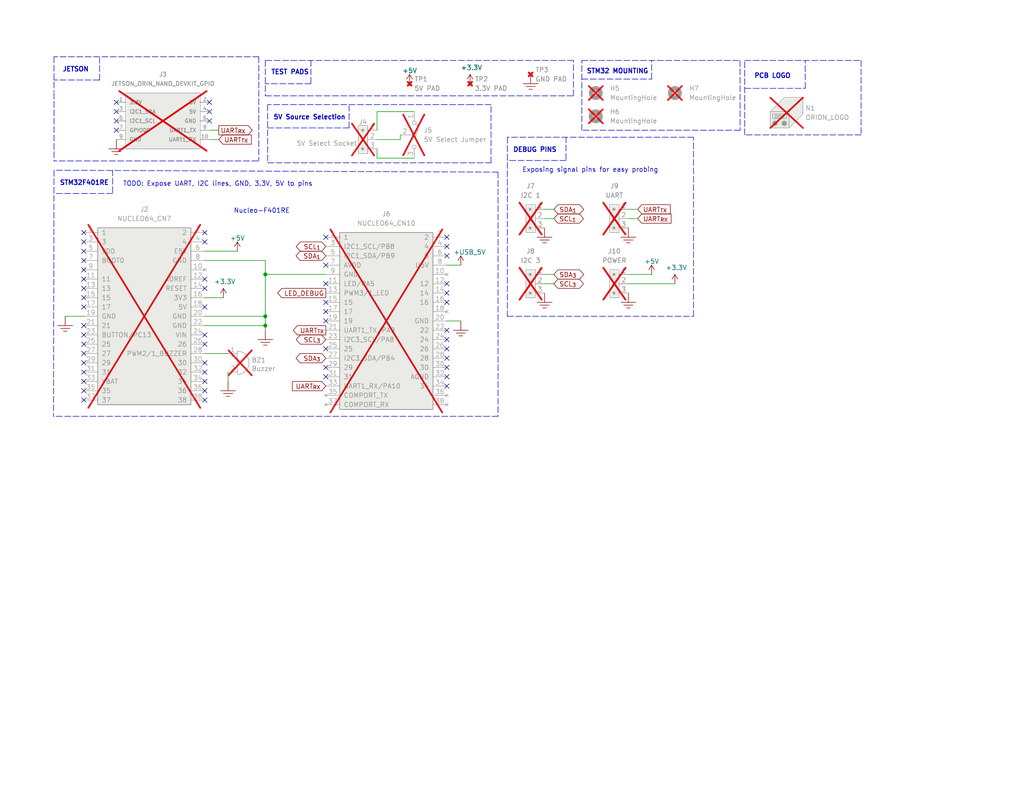
<source format=kicad_sch>
(kicad_sch (version 20250114) (generator "eeschema") (generator_version "9.0")
  (paper "USLetter")
  (title_block (date "2025-12-14") (comment 4 "By: Ashish Agrahari"))
  (lib_symbols
    (symbol "AA_Custom_Components:GND" (power) (pin_numbers (hide yes)) (pin_names (offset 1.016) (hide yes))
      (symbol "GND_1_0"
        (polyline (pts (xy -2.032 -2.54) (xy 2.032 -2.54)))
        (polyline (pts (xy -1.27 -3.302) (xy 1.27 -3.302)))
        (polyline (pts (xy -0.508 -4.064) (xy 0.508 -4.064)))
        (polyline (pts (xy 0 0) (xy 0 -2.54)))
      )
      (symbol "GND_1_1"
        (pin power_in line (at 0 0 270) (length 0) (hide yes) (name "GND") (number "~"))
      )
    )
    (symbol "AA_Custom_Components:JETSON_ORIN_NANO_DEVKIT_GPIO" (pin_names (offset 1.016))
      (property "Reference" "J" (at -12.7 8.89 0))
      (property "Value" "JETSON_ORIN_NANO_DEVKIT_GPIO" (at -14.732 -10.16 0))
      (symbol "JETSON_ORIN_NANO_DEVKIT_GPIO_1_1"
        (polyline (pts (xy -10.16 7.62) (xy 10.16 7.62) (xy 10.16 -7.62) (xy -10.16 -7.62) (xy -10.16 7.62)) (fill (type background)))
        (pin power_in line (at -12.7 5.08 0) (length 2.54) (name "3.3V") (number "1"))
        (pin bidirectional line (at -12.7 2.54 0) (length 2.54) (name "I2C1_SDA") (number "3"))
        (pin bidirectional line (at -12.7 0 0) (length 2.54) (name "I2C1_SCL") (number "5"))
        (pin bidirectional line (at -12.7 -2.54 0) (length 2.54) (name "GPIO09") (number "7"))
        (pin power_in line (at -12.7 -5.08 0) (length 2.54) (name "GND") (number "9"))
        (pin power_in line (at 12.7 5.08 180) (length 2.54) (name "5V") (number "2"))
        (pin power_in line (at 12.7 2.54 180) (length 2.54) (name "5V") (number "4"))
        (pin power_in line (at 12.7 0 180) (length 2.54) (name "GND") (number "6"))
        (pin bidirectional line (at 12.7 -2.54 180) (length 2.54) (name "UART1_TX") (number "8"))
        (pin bidirectional line (at 12.7 -5.08 180) (length 2.54) (name "UART1_RX") (number "10"))
      )
    )
    (symbol "AA_Custom_Components:NUCLEO64_CN10" (pin_names (offset 1.016))
      (property "Reference" "J" (at -11.43 25.4 0))
      (property "Value" "NUCLEO64_CN10" (at 0 -25.908 0))
      (symbol "NUCLEO64_CN10_1_1"
        (rectangle (start -13.97 24.13) (end 11.43 -24.13) (stroke (width 0.254)) (fill (type background)))
        (pin passive line (at -17.78 22.86 0) (length 3.81) (name "1") (number "1"))
        (pin passive line (at -17.78 20.32 0) (length 3.81) (name "I2C1_SCL/PB8") (number "3"))
        (pin passive line (at -17.78 17.78 0) (length 3.81) (name "I2C1_SDA/PB9") (number "5"))
        (pin passive line (at -17.78 15.24 0) (length 3.81) (name "AVDD") (number "7"))
        (pin passive line (at -17.78 12.7 0) (length 3.81) (name "GND") (number "9"))
        (pin passive line (at -17.78 10.16 0) (length 3.81) (name "LED/PA5") (number "11"))
        (pin passive line (at -17.78 7.62 0) (length 3.81) (name "PWM3/1_LED") (number "13"))
        (pin passive line (at -17.78 5.08 0) (length 3.81) (name "15") (number "15"))
        (pin passive line (at -17.78 2.54 0) (length 3.81) (name "17") (number "17"))
        (pin passive line (at -17.78 0 0) (length 3.81) (name "19") (number "19"))
        (pin passive line (at -17.78 -2.54 0) (length 3.81) (name "UART1_TX/PA9") (number "21"))
        (pin passive line (at -17.78 -5.08 0) (length 3.81) (name "I2C3_SCL/PA8") (number "23"))
        (pin passive line (at -17.78 -7.62 0) (length 3.81) (name "25") (number "25"))
        (pin passive line (at -17.78 -10.16 0) (length 3.81) (name "I2C3_SDA/PB4") (number "27"))
        (pin passive line (at -17.78 -12.7 0) (length 3.81) (name "29") (number "29"))
        (pin passive line (at -17.78 -15.24 0) (length 3.81) (name "31") (number "31"))
        (pin passive line (at -17.78 -17.78 0) (length 3.81) (name "UART1_RX/PA10") (number "33"))
        (pin no_connect line (at -17.78 -20.32 0) (length 3.81) (name "COMPORT_TX") (number "35"))
        (pin no_connect line (at -17.78 -22.86 0) (length 3.81) (name "COMPORT_RX") (number "37"))
        (pin passive line (at 15.24 22.86 180) (length 3.81) (name "2") (number "2"))
        (pin passive line (at 15.24 20.32 180) (length 3.81) (name "4") (number "4"))
        (pin passive line (at 15.24 17.78 180) (length 3.81) (name "6") (number "6"))
        (pin passive line (at 15.24 15.24 180) (length 3.81) (name "U5V") (number "8"))
        (pin no_connect line (at 15.24 12.7 180) (length 3.81) (name "") (number "10"))
        (pin passive line (at 15.24 10.16 180) (length 3.81) (name "12") (number "12"))
        (pin passive line (at 15.24 7.62 180) (length 3.81) (name "14") (number "14"))
        (pin passive line (at 15.24 5.08 180) (length 3.81) (name "16") (number "16"))
        (pin no_connect line (at 15.24 2.54 180) (length 3.81) (name "") (number "18"))
        (pin power_in line (at 15.24 0 180) (length 3.81) (name "GND") (number "20"))
        (pin passive line (at 15.24 -2.54 180) (length 3.81) (name "22") (number "22"))
        (pin passive line (at 15.24 -5.08 180) (length 3.81) (name "24") (number "24"))
        (pin passive line (at 15.24 -7.62 180) (length 3.81) (name "26") (number "26"))
        (pin passive line (at 15.24 -10.16 180) (length 3.81) (name "28") (number "28"))
        (pin passive line (at 15.24 -12.7 180) (length 3.81) (name "30") (number "30"))
        (pin passive line (at 15.24 -15.24 180) (length 3.81) (name "AGND") (number "32"))
        (pin passive line (at 15.24 -17.78 180) (length 3.81) (name "34") (number "34"))
        (pin no_connect line (at 15.24 -20.32 180) (length 3.81) (name "") (number "36"))
        (pin no_connect line (at 15.24 -22.86 180) (length 3.81) (name "") (number "38"))
      )
    )
    (symbol "AA_Custom_Components:NUCLEO64_CN7" (pin_names (offset 1.016))
      (property "Reference" "J" (at -11.43 25.4 0))
      (property "Value" "NUCLEO64_CN7" (at 0 -25.908 0))
      (symbol "NUCLEO64_CN7_1_1"
        (rectangle (start -13.97 24.13) (end 11.43 -24.13) (stroke (width 0.254)) (fill (type background)))
        (pin passive line (at -17.78 22.86 0) (length 3.81) (name "1") (number "1"))
        (pin passive line (at -17.78 20.32 0) (length 3.81) (name "3") (number "3"))
        (pin passive line (at -17.78 17.78 0) (length 3.81) (name "VDD") (number "5"))
        (pin passive line (at -17.78 15.24 0) (length 3.81) (name "BOOT0") (number "7"))
        (pin no_connect line (at -17.78 12.7 0) (length 3.81) (name "") (number "9"))
        (pin no_connect line (at -17.78 10.16 0) (length 3.81) (name "11") (number "11"))
        (pin passive line (at -17.78 7.62 0) (length 3.81) (name "13") (number "13"))
        (pin passive line (at -17.78 5.08 0) (length 3.81) (name "15") (number "15"))
        (pin passive line (at -17.78 2.54 0) (length 3.81) (name "17") (number "17"))
        (pin passive line (at -17.78 0 0) (length 3.81) (name "GND") (number "19"))
        (pin passive line (at -17.78 -2.54 0) (length 3.81) (name "21") (number "21"))
        (pin passive line (at -17.78 -5.08 0) (length 3.81) (name "BUTTON/PC13") (number "23"))
        (pin passive line (at -17.78 -7.62 0) (length 3.81) (name "25") (number "25"))
        (pin passive line (at -17.78 -10.16 0) (length 3.81) (name "27") (number "27"))
        (pin passive line (at -17.78 -12.7 0) (length 3.81) (name "29") (number "29"))
        (pin passive line (at -17.78 -15.24 0) (length 3.81) (name "31") (number "31"))
        (pin passive line (at -17.78 -17.78 0) (length 3.81) (name "VBAT") (number "33"))
        (pin passive line (at -17.78 -20.32 0) (length 3.81) (name "35") (number "35"))
        (pin passive line (at -17.78 -22.86 0) (length 3.81) (name "37") (number "37"))
        (pin passive line (at 15.24 22.86 180) (length 3.81) (name "2") (number "2"))
        (pin passive line (at 15.24 20.32 180) (length 3.81) (name "4") (number "4"))
        (pin passive line (at 15.24 17.78 180) (length 3.81) (name "E5V") (number "6"))
        (pin passive line (at 15.24 15.24 180) (length 3.81) (name "GND") (number "8"))
        (pin no_connect line (at 15.24 12.7 180) (length 3.81) (name "") (number "10"))
        (pin passive line (at 15.24 10.16 180) (length 3.81) (name "IOREF") (number "12"))
        (pin passive line (at 15.24 7.62 180) (length 3.81) (name "RESET") (number "14"))
        (pin passive line (at 15.24 5.08 180) (length 3.81) (name "3V3") (number "16"))
        (pin passive line (at 15.24 2.54 180) (length 3.81) (name "5V") (number "18"))
        (pin passive line (at 15.24 0 180) (length 3.81) (name "GND") (number "20"))
        (pin power_in line (at 15.24 -2.54 180) (length 3.81) (name "GND") (number "22"))
        (pin power_in line (at 15.24 -5.08 180) (length 3.81) (name "VIN") (number "24"))
        (pin passive line (at 15.24 -7.62 180) (length 3.81) (name "26") (number "26"))
        (pin passive line (at 15.24 -10.16 180) (length 3.81) (name "PWM2/1_BUZZER") (number "28"))
        (pin passive line (at 15.24 -12.7 180) (length 3.81) (name "30") (number "30"))
        (pin passive line (at 15.24 -15.24 180) (length 3.81) (name "32") (number "32"))
        (pin passive line (at 15.24 -17.78 180) (length 3.81) (name "34") (number "34"))
        (pin passive line (at 15.24 -20.32 180) (length 3.81) (name "36") (number "36"))
        (pin passive line (at 15.24 -22.86 180) (length 3.81) (name "38") (number "38"))
      )
    )
    (symbol "Connector:TestPoint_Small" (pin_numbers (hide yes)) (pin_names (offset 0.762) (hide yes))
      (property "Reference" "TP" (at 0 3.81 0))
      (property "Value" "TestPoint_Small" (at 0 2.032 0))
      (symbol "TestPoint_Small_0_1"
        (circle (center 0 0) (radius 0.508))
      )
      (symbol "TestPoint_Small_1_1"
        (pin passive line (at 0 0 90) (length 0) (name "1") (number "1"))
      )
    )
    (symbol "Device:Buzzer" (pin_names (offset 0.0254) (hide yes))
      (property "Reference" "BZ" (at 3.81 1.27 0))
      (property "Value" "Buzzer" (at 3.81 -1.27 0))
      (symbol "Buzzer_0_1"
        (polyline (pts (xy -1.651 1.905) (xy -1.143 1.905)))
        (polyline (pts (xy -1.397 2.159) (xy -1.397 1.651)))
        (arc (start 0 3.175) (mid 3.1612 0) (end 0 -3.175))
        (polyline (pts (xy 0 3.175) (xy 0 -3.175)))
      )
      (symbol "Buzzer_1_1"
        (pin passive line (at -2.54 2.54 0) (length 2.54) (name "+") (number "1"))
        (pin passive line (at -2.54 -2.54 0) (length 2.54) (name "-") (number "2"))
      )
    )
    (symbol "Jumper:Jumper_3_Bridged12" (pin_names (offset 0) (hide yes)) (in_bom no)
      (property "Reference" "JP" (at -2.54 -2.54 0))
      (property "Value" "Jumper_3_Bridged12" (at 0 2.794 0))
      (symbol "Jumper_3_Bridged12_0_0"
        (circle (center -3.302 0) (radius 0.508))
        (circle (center 0 0) (radius 0.508))
        (circle (center 3.302 0) (radius 0.508))
      )
      (symbol "Jumper_3_Bridged12_0_1"
        (arc (start -3.048 0.508) (mid -1.651 0.9912) (end -0.254 0.508))
        (polyline (pts (xy 0 -1.27) (xy 0 -0.508)))
      )
      (symbol "Jumper_3_Bridged12_1_1"
        (pin passive line (at -6.35 0 0) (length 2.54) (name "A") (number "1"))
        (pin passive line (at 0 -3.81 90) (length 2.54) (name "C") (number "2"))
        (pin passive line (at 6.35 0 180) (length 2.54) (name "B") (number "3"))
      )
    )
    (symbol "Mechanical:Housing" (pin_names (offset 1.016))
      (property "Reference" "N" (at 3.81 0 0))
      (property "Value" "Housing" (at 3.81 -1.905 0))
      (symbol "Housing_0_1"
        (polyline (pts (xy -5.715 0) (xy -0.635 0) (xy 3.175 3.81)))
        (polyline (pts (xy -5.715 0) (xy -5.715 -4.445) (xy -0.635 -4.445) (xy 3.175 -0.635) (xy 3.175 3.81) (xy -1.905 3.81) (xy -5.715 0)) (fill (type background)))
        (rectangle (start -5.08 -0.635) (end -1.27 -1.905))
        (polyline (pts (xy -4.5212 -1.5748) (xy -4.4704 -1.3716)))
        (circle (center -4.445 -3.175) (radius 0.635) (fill (type outline)))
        (polyline (pts (xy -4.4196 -1.2192) (xy -4.3688 -0.9652)))
        (polyline (pts (xy -4.4196 -1.6764) (xy -4.064 -1.6764)))
        (polyline (pts (xy -4.318 -1.3208) (xy -4.0132 -1.3208)))
        (polyline (pts (xy -4.2164 -0.9144) (xy -3.9116 -0.9144)))
        (polyline (pts (xy -3.9116 -1.6256) (xy -3.8608 -1.3716)))
        (polyline (pts (xy -3.81 -1.2192) (xy -3.7592 -0.9652)))
        (polyline (pts (xy -3.6068 -1.5748) (xy -3.556 -1.3716)))
        (polyline (pts (xy -3.5052 -1.2192) (xy -3.4544 -0.9652)))
        (polyline (pts (xy -3.5052 -1.6764) (xy -3.1496 -1.6764)))
        (polyline (pts (xy -3.4036 -1.3208) (xy -3.0988 -1.3208)))
        (polyline (pts (xy -3.302 -0.9144) (xy -2.9972 -0.9144)))
        (polyline (pts (xy -2.9972 -1.6256) (xy -2.9464 -1.3716)))
        (polyline (pts (xy -2.8956 -1.2192) (xy -2.8448 -0.9652)))
        (polyline (pts (xy -2.6924 -1.5748) (xy -2.6416 -1.3716)))
        (polyline (pts (xy -2.5908 -1.2192) (xy -2.54 -0.9652)))
        (polyline (pts (xy -2.5908 -1.6764) (xy -2.2352 -1.6764)))
        (polyline (pts (xy -2.4892 -1.3208) (xy -2.1844 -1.3208)))
        (polyline (pts (xy -2.3876 -0.9144) (xy -2.0828 -0.9144)))
        (polyline (pts (xy -2.0828 -1.6256) (xy -2.032 -1.3716)))
        (polyline (pts (xy -1.9812 -1.2192) (xy -1.9304 -0.9652)))
        (circle (center -1.905 -3.175) (radius 0.635) (fill (type outline)))
        (polyline (pts (xy -0.635 0) (xy -0.635 -4.445)))
      )
    )
    (symbol "Mechanical:MountingHole" (pin_names (offset 1.016)) (in_bom no)
      (property "Reference" "H" (at 0 5.08 0))
      (property "Value" "MountingHole" (at 0 3.175 0))
      (symbol "MountingHole_0_1"
        (circle (center 0 0) (radius 1.27) (stroke (width 1.27)))
      )
    )
    (symbol "dk_Rectangular-Connectors-Headers-Male-Pins:640456-3" (pin_names (offset 1.016))
      (property "Reference" "J" (at -2.54 1.27 0))
      (property "Value" "640456-3" (at 2.54 -3.81 0))
      (symbol "640456-3_1_1"
        (rectangle (start -1.27 0) (end 6.35 -2.54) (fill (type background)))
        (rectangle (start -0.254 -1.143) (end 0.254 -1.651) (fill (type outline)))
        (rectangle (start 2.286 -1.143) (end 2.794 -1.651) (fill (type outline)))
        (rectangle (start 4.826 -1.143) (end 5.334 -1.651) (fill (type outline)))
        (pin passive line (at 0 2.54 270) (length 2.54) (name "~") (number "1"))
        (pin passive line (at 2.54 2.54 270) (length 2.54) (name "~") (number "2"))
        (pin passive line (at 5.08 2.54 270) (length 2.54) (name "~") (number "3"))
      )
    )
    (symbol "power:+3.3V" (power) (pin_numbers (hide yes)) (pin_names (offset 0) (hide yes))
      (property "Value" "+3.3V" (at 0 3.556 0))
      (symbol "+3.3V_0_1"
        (polyline (pts (xy -0.762 1.27) (xy 0 2.54)))
        (polyline (pts (xy 0 2.54) (xy 0.762 1.27)))
        (polyline (pts (xy 0 0) (xy 0 2.54)))
      )
      (symbol "+3.3V_1_1"
        (pin power_in line (at 0 0 90) (length 0) (name "~") (number "1"))
      )
    )
    (symbol "power:+5VD" (power) (pin_numbers (hide yes)) (pin_names (offset 0) (hide yes))
      (property "Value" "+5VD" (at 0 3.556 0))
      (symbol "+5VD_0_1"
        (polyline (pts (xy -0.762 1.27) (xy 0 2.54)))
        (polyline (pts (xy 0 2.54) (xy 0.762 1.27)))
        (polyline (pts (xy 0 0) (xy 0 2.54)))
      )
      (symbol "+5VD_1_1"
        (pin power_in line (at 0 0 90) (length 0) (name "~") (number "1"))
      )
    )
  )
  (text "Nucleo-F401RE" (at 63.754 58.42 0) (effects (font (size 1.27 1.27)) (justify left bottom)))
  (text "STM32 MOUNTING" (at 160.02 20.32 0) (effects (font (size 1.27 1.27) (thickness 0.254) (bold yes)) (justify left bottom)))
  (text "STM32F401RE" (at 16.256 50.8 0) (effects (font (size 1.27 1.27) (thickness 0.254) (bold yes)) (justify left bottom)))
  (text "TEST PADS" (at 73.914 20.574 0) (effects (font (size 1.27 1.27) (thickness 0.254) (bold yes)) (justify left bottom)))
  (text "JETSON" (at 17.018 19.812 0) (effects (font (size 1.27 1.27) (thickness 0.254) (bold yes)) (justify left bottom)))
  (text "5V Source Selection" (at 74.549 32.893 0) (effects (font (size 1.27 1.27) (thickness 0.254) (bold yes)) (justify left bottom)))
  (text "TODO: Expose UART, I2C lines, GND, 3.3V, 5V to pins" (at 33.528 51.054 0) (effects (font (size 1.27 1.27)) (justify left bottom)))
  (text "DEBUG PINS" (at 139.954 41.783 0) (effects (font (size 1.27 1.27) (thickness 0.254) (bold yes)) (justify left bottom)))
  (text "PCB LOGO" (at 205.74 21.59 0) (effects (font (size 1.27 1.27) (thickness 0.254) (bold yes)) (justify left bottom)))
  (text "Exposing signal pins for easy probing" (at 142.494 47.244 0) (effects (font (size 1.27 1.27)) (justify left bottom)))
  (junction (at 72.39 88.9))
  (junction (at 72.39 86.36))
  (junction (at 72.39 74.93))
  (no_connect (at 22.86 68.58))
  (no_connect (at 88.9 72.39))
  (no_connect (at 121.92 100.33))
  (no_connect (at 31.75 33.02))
  (no_connect (at 55.88 99.06))
  (no_connect (at 57.15 30.48))
  (no_connect (at 31.75 30.48))
  (no_connect (at 88.9 95.25))
  (no_connect (at 121.92 90.17))
  (no_connect (at 88.9 102.87))
  (no_connect (at 55.88 76.2))
  (no_connect (at 121.92 67.31))
  (no_connect (at 57.15 33.02))
  (no_connect (at 55.88 66.04))
  (no_connect (at 88.9 64.77))
  (no_connect (at 22.86 66.04))
  (no_connect (at 22.86 81.28))
  (no_connect (at 22.86 101.6))
  (no_connect (at 55.88 83.82))
  (no_connect (at 121.92 92.71))
  (no_connect (at 88.9 77.47))
  (no_connect (at 121.92 77.47))
  (no_connect (at 55.88 63.5))
  (no_connect (at 31.75 27.94))
  (no_connect (at 22.86 91.44))
  (no_connect (at 22.86 106.68))
  (no_connect (at 22.86 63.5))
  (no_connect (at 22.86 88.9))
  (no_connect (at 22.86 109.22))
  (no_connect (at 88.9 87.63))
  (no_connect (at 121.92 82.55))
  (no_connect (at 22.86 99.06))
  (no_connect (at 121.92 105.41))
  (no_connect (at 121.92 95.25))
  (no_connect (at 121.92 97.79))
  (no_connect (at 22.86 104.14))
  (no_connect (at 22.86 96.52))
  (no_connect (at 22.86 73.66))
  (no_connect (at 88.9 82.55))
  (no_connect (at 55.88 101.6))
  (no_connect (at 55.88 109.22))
  (no_connect (at 55.88 78.74))
  (no_connect (at 31.75 35.56))
  (no_connect (at 88.9 100.33))
  (no_connect (at 57.15 27.94))
  (no_connect (at 22.86 93.98))
  (no_connect (at 55.88 106.68))
  (no_connect (at 121.92 64.77))
  (no_connect (at 121.92 102.87))
  (no_connect (at 22.86 78.74))
  (no_connect (at 55.88 93.98))
  (no_connect (at 22.86 83.82))
  (no_connect (at 121.92 80.01))
  (no_connect (at 55.88 91.44))
  (no_connect (at 22.86 71.12))
  (no_connect (at 22.86 76.2))
  (no_connect (at 88.9 85.09))
  (no_connect (at 55.88 104.14))
  (no_connect (at 121.92 69.85))
  (wire (pts (xy 121.92 72.39) (xy 125.73 72.39)))
  (polyline (pts (xy 27.178 21.844) (xy 14.732 21.844)) (stroke (width 0) (type dash)))
  (wire (pts (xy 62.23 101.6) (xy 62.23 104.14)))
  (polyline (pts (xy 133.985 28.575) (xy 128.905 28.575)) (stroke (width 0) (type dash)))
  (polyline (pts (xy 158.75 35.56) (xy 158.75 16.51)) (stroke (width 0) (type dash)))
  (wire (pts (xy 102.87 43.18) (xy 113.03 43.18)))
  (polyline (pts (xy 138.43 71.12) (xy 138.43 86.36)) (stroke (width 0) (type dash)))
  (polyline (pts (xy 156.464 26.162) (xy 156.464 16.51)) (stroke (width 0) (type dash)))
  (wire (pts (xy 148.59 74.93) (xy 151.13 74.93)))
  (polyline (pts (xy 72.39 26.162) (xy 156.464 26.162)) (stroke (width 0) (type dash)))
  (wire (pts (xy 55.88 88.9) (xy 72.39 88.9)))
  (wire (pts (xy 102.87 35.56) (xy 102.87 30.48)))
  (wire (pts (xy 102.87 30.48) (xy 113.03 30.48)))
  (wire (pts (xy 57.15 38.1) (xy 59.69 38.1)))
  (polyline (pts (xy 70.358 43.942) (xy 14.732 43.942)) (stroke (width 0) (type dash)))
  (wire (pts (xy 17.78 86.36) (xy 22.86 86.36)))
  (polyline (pts (xy 234.95 36.83) (xy 203.2 36.83)) (stroke (width 0) (type dash)))
  (wire (pts (xy 125.73 87.63) (xy 121.92 87.63)))
  (wire (pts (xy 171.45 77.47) (xy 184.15 77.47)))
  (wire (pts (xy 171.45 74.93) (xy 177.8 74.93)))
  (polyline (pts (xy 84.836 16.51) (xy 84.836 22.86)) (stroke (width 0) (type dash)))
  (wire (pts (xy 102.87 40.64) (xy 102.87 43.18)))
  (wire (pts (xy 171.45 59.69) (xy 173.99 59.69)))
  (polyline (pts (xy 189.23 37.465) (xy 138.43 37.465)) (stroke (width 0) (type dash)))
  (polyline (pts (xy 70.612 15.494) (xy 70.612 43.942)) (stroke (width 0) (type dash)))
  (polyline (pts (xy 158.75 16.51) (xy 201.93 16.51)) (stroke (width 0) (type dash)))
  (polyline (pts (xy 189.23 86.36) (xy 189.23 37.465)) (stroke (width 0) (type dash)))
  (polyline (pts (xy 70.612 15.494) (xy 14.732 15.494)) (stroke (width 0) (type dash)))
  (polyline (pts (xy 95.25 34.925) (xy 95.25 28.829)) (stroke (width 0) (type dash)))
  (wire (pts (xy 72.39 74.93) (xy 72.39 86.36)))
  (polyline (pts (xy 73.025 28.575) (xy 73.025 44.45)) (stroke (width 0) (type dash)))
  (wire (pts (xy 109.22 36.83) (xy 109.22 38.1)))
  (polyline (pts (xy 128.905 28.575) (xy 73.025 28.575)) (stroke (width 0) (type dash)))
  (wire (pts (xy 55.88 96.52) (xy 62.23 96.52)))
  (polyline (pts (xy 135.89 113.665) (xy 14.605 113.665)) (stroke (width 0) (type dash)))
  (wire (pts (xy 148.59 57.15) (xy 151.13 57.15)))
  (wire (pts (xy 109.22 38.1) (xy 102.87 38.1)))
  (polyline (pts (xy 234.95 16.51) (xy 234.95 36.83)) (stroke (width 0) (type dash)))
  (polyline (pts (xy 73.025 44.45) (xy 133.985 44.45)) (stroke (width 0) (type dash)))
  (polyline (pts (xy 156.464 16.51) (xy 72.39 16.51)) (stroke (width 0) (type dash)))
  (wire (pts (xy 72.39 86.36) (xy 72.39 88.9)))
  (polyline (pts (xy 14.732 15.494) (xy 14.732 25.146)) (stroke (width 0) (type dash)))
  (polyline (pts (xy 30.734 52.832) (xy 14.732 52.832)) (stroke (width 0) (type dash)))
  (polyline (pts (xy 203.2 36.83) (xy 203.2 16.51)) (stroke (width 0) (type dash)))
  (polyline (pts (xy 135.89 46.99) (xy 14.732 46.482)) (stroke (width 0) (type dash)))
  (polyline (pts (xy 203.2 24.13) (xy 219.71 24.13)) (stroke (width 0) (type dash)))
  (polyline (pts (xy 154.432 43.561) (xy 154.432 37.465)) (stroke (width 0) (type dash)))
  (polyline (pts (xy 201.93 35.56) (xy 158.75 35.56)) (stroke (width 0) (type dash)))
  (polyline (pts (xy 84.836 22.86) (xy 72.39 22.86)) (stroke (width 0) (type dash)))
  (polyline (pts (xy 14.732 46.482) (xy 14.605 113.665)) (stroke (width 0) (type dash)))
  (wire (pts (xy 55.88 86.36) (xy 72.39 86.36)))
  (wire (pts (xy 148.59 77.47) (xy 151.13 77.47)))
  (wire (pts (xy 55.88 68.58) (xy 64.77 68.58)))
  (polyline (pts (xy 27.178 21.844) (xy 27.178 15.748)) (stroke (width 0) (type dash)))
  (wire (pts (xy 72.39 71.12) (xy 72.39 74.93)))
  (polyline (pts (xy 158.75 21.59) (xy 177.8 21.59)) (stroke (width 0) (type dash)))
  (wire (pts (xy 55.88 81.28) (xy 60.96 81.28)))
  (wire (pts (xy 72.39 74.93) (xy 88.9 74.93)))
  (polyline (pts (xy 133.985 44.45) (xy 133.985 28.575)) (stroke (width 0) (type dash)))
  (polyline (pts (xy 138.43 86.36) (xy 189.23 86.36)) (stroke (width 0) (type dash)))
  (wire (pts (xy 72.39 88.9) (xy 72.39 90.17)))
  (polyline (pts (xy 30.734 52.578) (xy 30.734 46.482)) (stroke (width 0) (type dash)))
  (polyline (pts (xy 177.8 21.59) (xy 177.8 16.51)) (stroke (width 0) (type dash)))
  (polyline (pts (xy 201.93 16.51) (xy 201.93 35.56)) (stroke (width 0) (type dash)))
  (polyline (pts (xy 154.432 43.815) (xy 138.43 43.815)) (stroke (width 0) (type dash)))
  (polyline (pts (xy 135.89 46.99) (xy 135.89 113.665)) (stroke (width 0) (type dash)))
  (polyline (pts (xy 14.732 25.4) (xy 14.732 43.942)) (stroke (width 0) (type dash)))
  (wire (pts (xy 57.15 35.56) (xy 59.69 35.56)))
  (polyline (pts (xy 72.39 16.51) (xy 72.39 26.162)) (stroke (width 0) (type dash)))
  (wire (pts (xy 148.59 59.69) (xy 151.13 59.69)))
  (polyline (pts (xy 95.25 34.925) (xy 73.025 34.925)) (stroke (width 0) (type dash)))
  (wire (pts (xy 72.39 71.12) (xy 55.88 71.12)))
  (polyline (pts (xy 138.43 37.465) (xy 138.43 71.12)) (stroke (width 0) (type dash)))
  (polyline (pts (xy 203.2 16.51) (xy 234.95 16.51)) (stroke (width 0) (type dash)))
  (wire (pts (xy 171.45 57.15) (xy 173.99 57.15)))
  (polyline (pts (xy 219.71 24.13) (xy 219.71 16.51)) (stroke (width 0) (type dash)))
  (global_label "UART_{TX}" (shape input) (at 59.69 38.1 0) (property "Intersheetrefs" "${INTERSHEET_REFS}" (effects (hide yes))))
  (global_label "SDA_{1}" (shape bidirectional) (at 88.9 69.85 180) (property "Intersheetrefs" "${INTERSHEET_REFS}" (effects (hide yes))))
  (global_label "SCL_{1}" (shape bidirectional) (at 88.9 67.31 180) (property "Intersheetrefs" "${INTERSHEET_REFS}" (effects (hide yes))))
  (global_label "SCL_{3}" (shape bidirectional) (at 151.13 77.47 0) (property "Intersheetrefs" "${INTERSHEET_REFS}" (effects (hide yes))))
  (global_label "SDA_{1}" (shape bidirectional) (at 151.13 57.15 0) (property "Intersheetrefs" "${INTERSHEET_REFS}" (effects (hide yes))))
  (global_label "SCL_{1}" (shape bidirectional) (at 151.13 59.69 0) (property "Intersheetrefs" "${INTERSHEET_REFS}" (effects (hide yes))))
  (global_label "SDA_{3}" (shape bidirectional) (at 88.9 97.79 180) (property "Intersheetrefs" "${INTERSHEET_REFS}" (effects (hide yes))))
  (global_label "SDA_{3}" (shape bidirectional) (at 151.13 74.93 0) (property "Intersheetrefs" "${INTERSHEET_REFS}" (effects (hide yes))))
  (global_label "UART_{RX}" (shape input) (at 173.99 59.69 0) (property "Intersheetrefs" "${INTERSHEET_REFS}" (effects (hide yes))))
  (global_label "LED_DEBUG" (shape output) (at 88.9 80.01 180) (property "Intersheetrefs" "${INTERSHEET_REFS}" (effects (hide yes))))
  (global_label "UART_{RX}" (shape output) (at 59.69 35.56 0) (property "Intersheetrefs" "${INTERSHEET_REFS}" (effects (hide yes))))
  (global_label "SCL_{3}" (shape bidirectional) (at 88.9 92.71 180) (property "Intersheetrefs" "${INTERSHEET_REFS}" (effects (hide yes))))
  (global_label "UART_{TX}" (shape output) (at 88.9 90.17 180) (property "Intersheetrefs" "${INTERSHEET_REFS}" (effects (hide yes))))
  (global_label "UART_{TX}" (shape input) (at 173.99 57.15 0) (property "Intersheetrefs" "${INTERSHEET_REFS}" (effects (hide yes))))
  (global_label "UART_{RX}" (shape input) (at 88.9 105.41 180) (property "Intersheetrefs" "${INTERSHEET_REFS}" (effects (hide yes))))
  (symbol (lib_id "Mechanical:MountingHole") (at 184.15 25.4 0) (unit 1) (dnp yes)
    (property "Reference" "H7" (at 187.96 24.1299 0) (effects (justify left)))
    (property "Value" "MountingHole" (at 187.96 26.6699 0) (effects (justify left)))
    (property "Footprint" "MountingHole:MountingHole_3.2mm_M3" (effects (hide yes)))
    (property "Description" "Mounting Hole without connection" (effects (hide yes)))
  )
  (symbol (lib_id "power:+5VD") (at 125.73 72.39 0) (unit 1)
    (property "Reference" "#PWR024" (effects (hide yes)))
    (property "Value" "+USB_5V" (at 123.698 68.834 0) (effects (justify left)))
    (property "Description" "Power symbol creates a global label with name \"+5VD\"" (effects (hide yes)))
  )
  (symbol (lib_id "dk_Rectangular-Connectors-Headers-Male-Pins:640456-3") (at 146.05 57.15 270) (unit 1) (dnp yes)
    (property "Reference" "J7" (at 144.78 50.8 90))
    (property "Value" "I2C 1" (at 144.78 53.34 90))
    (property "Footprint" "Connector_PinHeader_2.54mm:PinHeader_1x03_P2.54mm_Vertical" (effects (hide yes)))
    (property "Datasheet" "https://www.te.com/commerce/DocumentDelivery/DDEController?Action=srchrtrv&DocNm=640456&DocType=Customer+Drawing&DocLang=English" (effects (hide yes)))
    (property "Description" "CONN HEADER VERT 3POS 2.54MM" (effects (hide yes)))
    (property "Digi-Key_PN" "A19470-ND" (effects (hide yes)))
    (property "MPN" "640456-3" (effects (hide yes)))
    (property "Category" "Connectors, Interconnects" (effects (hide yes)))
    (property "Family" "Rectangular Connectors - Headers, Male Pins" (effects (hide yes)))
    (property "DK_Datasheet_Link" "https://www.te.com/commerce/DocumentDelivery/DDEController?Action=srchrtrv&DocNm=640456&DocType=Customer+Drawing&DocLang=English" (effects (hide yes)))
    (property "DK_Detail_Page" "/product-detail/en/te-connectivity-amp-connectors/640456-3/A19470-ND/259010" (effects (hide yes)))
    (property "Description_1" "CONN HEADER VERT 3POS 2.54MM" (effects (hide yes)))
    (property "Manufacturer" "TE Connectivity AMP Connectors" (effects (hide yes)))
    (property "Status" "Active" (effects (hide yes)))
  )
  (symbol (lib_id "AA_Custom_Components:GND") (at 171.45 62.23 0) (unit 1)
    (property "Reference" "#GND025" (effects (hide yes)))
    (property "Value" "GND" (effects (hide yes)))
    (property "Footprint" "XXX-00000" (effects (hide yes)))
    (property "Description" "Ground Supply (Earth Ground style) Ground supply with a traditional \"earth ground\" symbol." (effects (hide yes)))
  )
  (symbol (lib_id "power:+3.3V") (at 184.15 77.47 0) (unit 1)
    (property "Reference" "#PWR014" (effects (hide yes)))
    (property "Value" "+3.3V" (at 184.531 73.0758 0))
    (property "Description" "Power symbol creates a global label with name \"+3.3V\"" (effects (hide yes)))
  )
  (symbol (lib_id "Mechanical:MountingHole") (at 162.56 25.4 0) (unit 1) (dnp yes)
    (property "Reference" "H5" (at 166.37 24.1299 0) (effects (justify left)))
    (property "Value" "MountingHole" (at 166.37 26.6699 0) (effects (justify left)))
    (property "Footprint" "MountingHole:MountingHole_3.2mm_M3" (effects (hide yes)))
    (property "Description" "Mounting Hole without connection" (effects (hide yes)))
  )
  (symbol (lib_id "power:+5VD") (at 64.77 68.58 0) (unit 1)
    (property "Reference" "#PWR016" (effects (hide yes)))
    (property "Value" "+5V" (at 62.738 65.024 0) (effects (justify left)))
    (property "Description" "Power symbol creates a global label with name \"+5VD\"" (effects (hide yes)))
  )
  (symbol (lib_id "AA_Custom_Components:GND") (at 148.59 80.01 0) (unit 1)
    (property "Reference" "#GND031" (effects (hide yes)))
    (property "Value" "GND" (effects (hide yes)))
    (property "Footprint" "XXX-00000" (effects (hide yes)))
    (property "Description" "Ground Supply (Earth Ground style) Ground supply with a traditional \"earth ground\" symbol." (effects (hide yes)))
  )
  (symbol (lib_id "Jumper:Jumper_3_Bridged12") (at 113.03 36.83 270) (unit 1) (dnp yes)
    (property "Reference" "J5" (at 115.57 35.5599 90) (effects (justify left)))
    (property "Value" "5V Select Jumper" (at 115.57 38.0999 90) (effects (justify left)))
    (property "Footprint" "AA_Custom_Components:Jumper_PinHeader_1x03_P2.54mm_Vertical_Bridged" (effects (hide yes)))
    (property "Description" "Jumper, 3-pole, pins 1+2 closed/bridged" (effects (hide yes)))
  )
  (symbol (lib_id "Mechanical:Housing") (at 215.9 30.48 0) (unit 1) (dnp yes)
    (property "Reference" "N1" (at 219.71 29.5274 0) (effects (justify left)))
    (property "Value" "ORION_LOGO" (at 219.71 32.0674 0) (effects (justify left)))
    (property "Footprint" "Orion-Logo:Orion-Logo-20mm" (effects (hide yes)))
  )
  (symbol (lib_id "AA_Custom_Components:GND") (at 148.59 62.23 0) (unit 1)
    (property "Reference" "#GND023" (effects (hide yes)))
    (property "Value" "GND" (effects (hide yes)))
    (property "Footprint" "XXX-00000" (effects (hide yes)))
    (property "Description" "Ground Supply (Earth Ground style) Ground supply with a traditional \"earth ground\" symbol." (effects (hide yes)))
  )
  (symbol (lib_id "AA_Custom_Components:GND") (at 125.73 87.63 0) (unit 1)
    (property "Reference" "#GND026" (effects (hide yes)))
    (property "Value" "GND" (effects (hide yes)))
    (property "Footprint" "XXX-00000" (effects (hide yes)))
    (property "Description" "Ground Supply (Earth Ground style) Ground supply with a traditional \"earth ground\" symbol." (effects (hide yes)))
  )
  (symbol (lib_id "Connector:TestPoint_Small") (at 128.27 22.86 0) (unit 1) (dnp yes)
    (property "Reference" "TP2" (at 129.54 21.5899 0) (effects (justify left)))
    (property "Value" "3.3V PAD" (at 129.54 24.1299 0) (effects (justify left)))
    (property "Footprint" "AA_Custom_Components:TestPoint_Pad_5.0x5.0mm" (effects (hide yes)))
    (property "Description" "test point" (effects (hide yes)))
  )
  (symbol (lib_id "power:+3.3V") (at 60.96 81.28 0) (unit 1)
    (property "Reference" "#PWR017" (effects (hide yes)))
    (property "Value" "+3.3V" (at 61.341 76.8858 0))
    (property "Description" "Power symbol creates a global label with name \"+3.3V\"" (effects (hide yes)))
  )
  (symbol (lib_id "power:+5VD") (at 111.76 22.86 0) (unit 1)
    (property "Reference" "#PWR021" (effects (hide yes)))
    (property "Value" "+5V" (at 109.728 19.304 0) (effects (justify left)))
    (property "Description" "Power symbol creates a global label with name \"+5VD\"" (effects (hide yes)))
  )
  (symbol (lib_id "Connector:TestPoint_Small") (at 111.76 22.86 0) (unit 1) (dnp yes)
    (property "Reference" "TP1" (at 113.03 21.5899 0) (effects (justify left)))
    (property "Value" "5V PAD" (at 113.03 24.1299 0) (effects (justify left)))
    (property "Footprint" "AA_Custom_Components:TestPoint_Pad_5.0x5.0mm" (effects (hide yes)))
    (property "Description" "test point" (effects (hide yes)))
  )
  (symbol (lib_id "Connector:TestPoint_Small") (at 144.78 20.32 0) (unit 1) (dnp yes)
    (property "Reference" "TP3" (at 146.05 19.0499 0) (effects (justify left)))
    (property "Value" "GND PAD" (at 146.05 21.5899 0) (effects (justify left)))
    (property "Footprint" "AA_Custom_Components:TestPoint_Pad_5.0x5.0mm" (effects (hide yes)))
    (property "Description" "test point" (effects (hide yes)))
  )
  (symbol (lib_id "dk_Rectangular-Connectors-Headers-Male-Pins:640456-3") (at 100.33 35.56 270) (unit 1) (dnp yes)
    (property "Reference" "J4" (at 99.06 33.274 90))
    (property "Value" "5V Select Socket" (at 89.154 39.116 90))
    (property "Footprint" "Connector_PinSocket_2.54mm:PinSocket_1x03_P2.54mm_Vertical" (effects (hide yes)))
    (property "Datasheet" "https://www.te.com/commerce/DocumentDelivery/DDEController?Action=srchrtrv&DocNm=640456&DocType=Customer+Drawing&DocLang=English" (effects (hide yes)))
    (property "Description" "CONN HEADER VERT 3POS 2.54MM" (effects (hide yes)))
    (property "Digi-Key_PN" "A19470-ND" (effects (hide yes)))
    (property "MPN" "640456-3" (effects (hide yes)))
    (property "Category" "Connectors, Interconnects" (effects (hide yes)))
    (property "Family" "Rectangular Connectors - Headers, Male Pins" (effects (hide yes)))
    (property "DK_Datasheet_Link" "https://www.te.com/commerce/DocumentDelivery/DDEController?Action=srchrtrv&DocNm=640456&DocType=Customer+Drawing&DocLang=English" (effects (hide yes)))
    (property "DK_Detail_Page" "/product-detail/en/te-connectivity-amp-connectors/640456-3/A19470-ND/259010" (effects (hide yes)))
    (property "Description_1" "CONN HEADER VERT 3POS 2.54MM" (effects (hide yes)))
    (property "Manufacturer" "TE Connectivity AMP Connectors" (effects (hide yes)))
    (property "Status" "Active" (effects (hide yes)))
  )
  (symbol (lib_id "AA_Custom_Components:GND") (at 144.78 20.32 0) (unit 1)
    (property "Reference" "#GND029" (effects (hide yes)))
    (property "Value" "GND" (effects (hide yes)))
    (property "Footprint" "XXX-00000" (effects (hide yes)))
    (property "Description" "Ground Supply (Earth Ground style) Ground supply with a traditional \"earth ground\" symbol." (effects (hide yes)))
  )
  (symbol (lib_id "power:+5VD") (at 177.8 74.93 0) (unit 1)
    (property "Reference" "#PWR012" (effects (hide yes)))
    (property "Value" "+5V" (at 175.768 71.374 0) (effects (justify left)))
    (property "Description" "Power symbol creates a global label with name \"+5VD\"" (effects (hide yes)))
  )
  (symbol (lib_id "AA_Custom_Components:NUCLEO64_CN7") (at 40.64 86.36 0) (unit 1) (dnp yes)
    (property "Reference" "J2" (at 39.37 57.15 0))
    (property "Value" "NUCLEO64_CN7" (at 39.37 59.69 0))
    (property "Footprint" "Connector_PinSocket_2.54mm:PinSocket_2x19_P2.54mm_Vertical" (effects (hide yes)))
    (property "Description" "NUCLEO64_CN7 connector, double row, 02x19, odd/even pin numbering scheme (row 1 odd numbers, row 2 even numbers), script generated (kicad-library-utils/schlib/autogen/connector/)" (effects (hide yes)))
  )
  (symbol (lib_id "dk_Rectangular-Connectors-Headers-Male-Pins:640456-3") (at 168.91 74.93 270) (unit 1) (dnp yes)
    (property "Reference" "J10" (at 167.64 68.58 90))
    (property "Value" "POWER" (at 167.64 71.12 90))
    (property "Footprint" "Connector_PinHeader_2.54mm:PinHeader_1x03_P2.54mm_Vertical" (effects (hide yes)))
    (property "Datasheet" "https://www.te.com/commerce/DocumentDelivery/DDEController?Action=srchrtrv&DocNm=640456&DocType=Customer+Drawing&DocLang=English" (effects (hide yes)))
    (property "Description" "CONN HEADER VERT 3POS 2.54MM" (effects (hide yes)))
    (property "Digi-Key_PN" "A19470-ND" (effects (hide yes)))
    (property "MPN" "640456-3" (effects (hide yes)))
    (property "Category" "Connectors, Interconnects" (effects (hide yes)))
    (property "Family" "Rectangular Connectors - Headers, Male Pins" (effects (hide yes)))
    (property "DK_Datasheet_Link" "https://www.te.com/commerce/DocumentDelivery/DDEController?Action=srchrtrv&DocNm=640456&DocType=Customer+Drawing&DocLang=English" (effects (hide yes)))
    (property "DK_Detail_Page" "/product-detail/en/te-connectivity-amp-connectors/640456-3/A19470-ND/259010" (effects (hide yes)))
    (property "Description_1" "CONN HEADER VERT 3POS 2.54MM" (effects (hide yes)))
    (property "Manufacturer" "TE Connectivity AMP Connectors" (effects (hide yes)))
    (property "Status" "Active" (effects (hide yes)))
  )
  (symbol (lib_id "power:+3.3V") (at 128.27 22.86 0) (unit 1)
    (property "Reference" "#PWR022" (effects (hide yes)))
    (property "Value" "+3.3V" (at 128.651 18.4658 0))
    (property "Description" "Power symbol creates a global label with name \"+3.3V\"" (effects (hide yes)))
  )
  (symbol (lib_id "dk_Rectangular-Connectors-Headers-Male-Pins:640456-3") (at 146.05 74.93 270) (unit 1) (dnp yes)
    (property "Reference" "J8" (at 144.78 68.58 90))
    (property "Value" "I2C 3" (at 144.78 71.12 90))
    (property "Footprint" "Connector_PinHeader_2.54mm:PinHeader_1x03_P2.54mm_Vertical" (effects (hide yes)))
    (property "Datasheet" "https://www.te.com/commerce/DocumentDelivery/DDEController?Action=srchrtrv&DocNm=640456&DocType=Customer+Drawing&DocLang=English" (effects (hide yes)))
    (property "Description" "CONN HEADER VERT 3POS 2.54MM" (effects (hide yes)))
    (property "Digi-Key_PN" "A19470-ND" (effects (hide yes)))
    (property "MPN" "640456-3" (effects (hide yes)))
    (property "Category" "Connectors, Interconnects" (effects (hide yes)))
    (property "Family" "Rectangular Connectors - Headers, Male Pins" (effects (hide yes)))
    (property "DK_Datasheet_Link" "https://www.te.com/commerce/DocumentDelivery/DDEController?Action=srchrtrv&DocNm=640456&DocType=Customer+Drawing&DocLang=English" (effects (hide yes)))
    (property "DK_Detail_Page" "/product-detail/en/te-connectivity-amp-connectors/640456-3/A19470-ND/259010" (effects (hide yes)))
    (property "Description_1" "CONN HEADER VERT 3POS 2.54MM" (effects (hide yes)))
    (property "Manufacturer" "TE Connectivity AMP Connectors" (effects (hide yes)))
    (property "Status" "Active" (effects (hide yes)))
  )
  (symbol (lib_id "AA_Custom_Components:GND") (at 17.78 86.36 0) (unit 1)
    (property "Reference" "#GND022" (effects (hide yes)))
    (property "Value" "GND" (effects (hide yes)))
    (property "Footprint" "XXX-00000" (effects (hide yes)))
    (property "Description" "Ground Supply (Earth Ground style) Ground supply with a traditional \"earth ground\" symbol." (effects (hide yes)))
  )
  (symbol (lib_id "AA_Custom_Components:GND") (at 62.23 104.14 0) (unit 1)
    (property "Reference" "#GND020" (effects (hide yes)))
    (property "Value" "GND" (effects (hide yes)))
    (property "Footprint" "XXX-00000" (effects (hide yes)))
    (property "Description" "Ground Supply (Earth Ground style) Ground supply with a traditional \"earth ground\" symbol." (effects (hide yes)))
  )
  (symbol (lib_id "dk_Rectangular-Connectors-Headers-Male-Pins:640456-3") (at 168.91 57.15 270) (unit 1) (dnp yes)
    (property "Reference" "J9" (at 167.64 50.8 90))
    (property "Value" "UART" (at 167.64 53.34 90))
    (property "Footprint" "Connector_PinHeader_2.54mm:PinHeader_1x03_P2.54mm_Vertical" (effects (hide yes)))
    (property "Datasheet" "https://www.te.com/commerce/DocumentDelivery/DDEController?Action=srchrtrv&DocNm=640456&DocType=Customer+Drawing&DocLang=English" (effects (hide yes)))
    (property "Description" "CONN HEADER VERT 3POS 2.54MM" (effects (hide yes)))
    (property "Digi-Key_PN" "A19470-ND" (effects (hide yes)))
    (property "MPN" "640456-3" (effects (hide yes)))
    (property "Category" "Connectors, Interconnects" (effects (hide yes)))
    (property "Family" "Rectangular Connectors - Headers, Male Pins" (effects (hide yes)))
    (property "DK_Datasheet_Link" "https://www.te.com/commerce/DocumentDelivery/DDEController?Action=srchrtrv&DocNm=640456&DocType=Customer+Drawing&DocLang=English" (effects (hide yes)))
    (property "DK_Detail_Page" "/product-detail/en/te-connectivity-amp-connectors/640456-3/A19470-ND/259010" (effects (hide yes)))
    (property "Description_1" "CONN HEADER VERT 3POS 2.54MM" (effects (hide yes)))
    (property "Manufacturer" "TE Connectivity AMP Connectors" (effects (hide yes)))
    (property "Status" "Active" (effects (hide yes)))
  )
  (symbol (lib_id "AA_Custom_Components:GND") (at 72.39 90.17 0) (unit 1)
    (property "Reference" "#GND024" (effects (hide yes)))
    (property "Value" "GND" (effects (hide yes)))
    (property "Footprint" "XXX-00000" (effects (hide yes)))
    (property "Description" "Ground Supply (Earth Ground style) Ground supply with a traditional \"earth ground\" symbol." (effects (hide yes)))
  )
  (symbol (lib_id "AA_Custom_Components:GND") (at 171.45 80.01 0) (unit 1)
    (property "Reference" "#GND027" (effects (hide yes)))
    (property "Value" "GND" (effects (hide yes)))
    (property "Footprint" "XXX-00000" (effects (hide yes)))
    (property "Description" "Ground Supply (Earth Ground style) Ground supply with a traditional \"earth ground\" symbol." (effects (hide yes)))
  )
  (symbol (lib_id "AA_Custom_Components:NUCLEO64_CN10") (at 106.68 87.63 0) (unit 1) (dnp yes)
    (property "Reference" "J6" (at 105.41 58.42 0))
    (property "Value" "NUCLEO64_CN10" (at 105.41 60.96 0))
    (property "Footprint" "Connector_PinSocket_2.54mm:PinSocket_2x19_P2.54mm_Vertical" (effects (hide yes)))
    (property "Description" "NUCLEO64_CN7 connector, double row, 02x19, odd/even pin numbering scheme (row 1 odd numbers, row 2 even numbers), script generated (kicad-library-utils/schlib/autogen/connector/)" (effects (hide yes)))
  )
  (symbol (lib_id "Device:Buzzer") (at 64.77 99.06 0) (unit 1) (dnp yes)
    (property "Reference" "BZ1" (at 68.6308 98.3234 0) (effects (justify left)))
    (property "Value" "Buzzer" (at 68.6308 100.6348 0) (effects (justify left)))
    (property "Footprint" "AA_Custom_Components:Buzzer_Generic_D12.2mm_H6.5mm" (effects (hide yes)))
    (property "Description" "Buzzer, polarized" (effects (hide yes)))
  )
  (symbol (lib_id "AA_Custom_Components:JETSON_ORIN_NANO_DEVKIT_GPIO") (at 44.45 33.02 0) (unit 1) (dnp yes)
    (property "Reference" "J3" (at 44.45 20.32 0) (effects (font (size 1.143 1.143))))
    (property "Value" "JETSON_ORIN_NANO_DEVKIT_GPIO" (at 44.45 22.86 0) (effects (font (size 1.143 1.143))))
    (property "Footprint" "AA_Custom_Components:SULLINS_SBH11-PBPC-D05-ST-BK_SOCKET" (effects (hide yes)))
    (property "Manufacturer Part #" "SBH11-PBPC-D05-ST-BK" (effects (hide yes)))
    (property "Digikey Part #" "S9169-ND" (effects (hide yes)))
  )
  (symbol (lib_id "AA_Custom_Components:GND") (at 31.75 38.1 0) (unit 1)
    (property "Reference" "#GND021" (effects (hide yes)))
    (property "Value" "GND" (effects (hide yes)))
    (property "Footprint" "XXX-00000" (effects (hide yes)))
    (property "Description" "Ground Supply (Earth Ground style) Ground supply with a traditional \"earth ground\" symbol." (effects (hide yes)))
  )
  (symbol (lib_id "Mechanical:MountingHole") (at 162.56 31.75 0) (unit 1) (dnp yes)
    (property "Reference" "H6" (at 166.37 30.4799 0) (effects (justify left)))
    (property "Value" "MountingHole" (at 166.37 33.0199 0) (effects (justify left)))
    (property "Footprint" "MountingHole:MountingHole_3.2mm_M3" (effects (hide yes)))
    (property "Description" "Mounting Hole without connection" (effects (hide yes)))
  )
)
</source>
